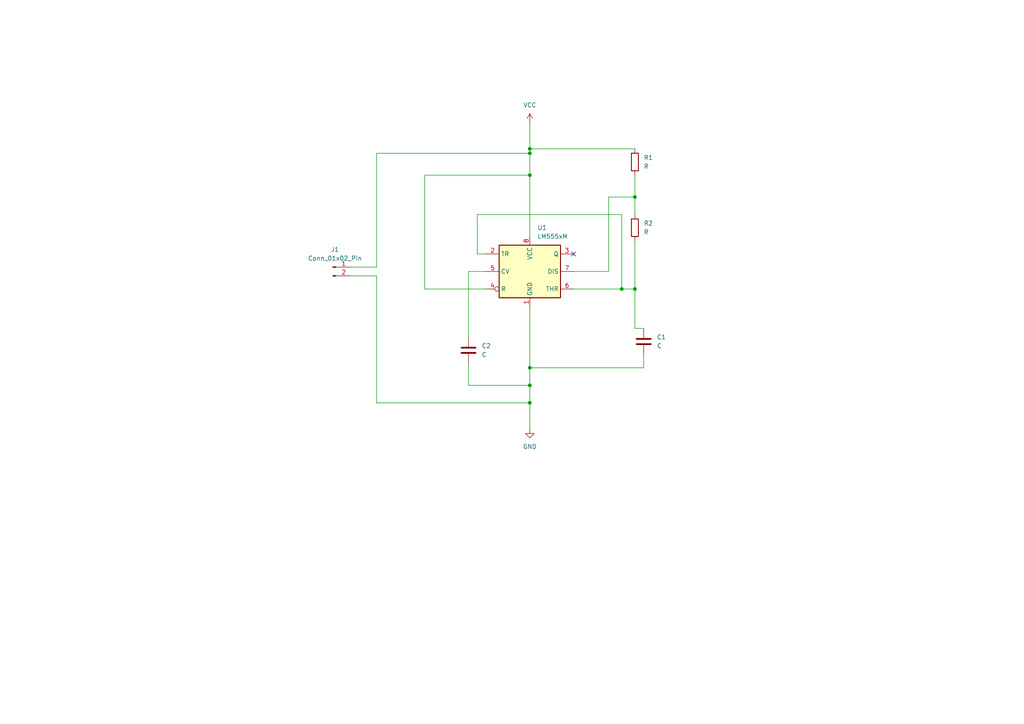
<source format=kicad_sch>
(kicad_sch
	(version 20231120)
	(generator "eeschema")
	(generator_version "8.0")
	(uuid "11c0bc93-ca4b-4103-8bbb-cbcf52e9c710")
	(paper "A4")
	(title_block
		(title "IC-555")
		(date "2024-12-24")
	)
	(lib_symbols
		(symbol "Connector:Conn_01x02_Pin"
			(pin_names
				(offset 1.016) hide)
			(exclude_from_sim no)
			(in_bom yes)
			(on_board yes)
			(property "Reference" "J"
				(at 0 2.54 0)
				(effects
					(font
						(size 1.27 1.27)
					)
				)
			)
			(property "Value" "Conn_01x02_Pin"
				(at 0 -5.08 0)
				(effects
					(font
						(size 1.27 1.27)
					)
				)
			)
			(property "Footprint" ""
				(at 0 0 0)
				(effects
					(font
						(size 1.27 1.27)
					)
					(hide yes)
				)
			)
			(property "Datasheet" "~"
				(at 0 0 0)
				(effects
					(font
						(size 1.27 1.27)
					)
					(hide yes)
				)
			)
			(property "Description" "Generic connector, single row, 01x02, script generated"
				(at 0 0 0)
				(effects
					(font
						(size 1.27 1.27)
					)
					(hide yes)
				)
			)
			(property "ki_locked" ""
				(at 0 0 0)
				(effects
					(font
						(size 1.27 1.27)
					)
				)
			)
			(property "ki_keywords" "connector"
				(at 0 0 0)
				(effects
					(font
						(size 1.27 1.27)
					)
					(hide yes)
				)
			)
			(property "ki_fp_filters" "Connector*:*_1x??_*"
				(at 0 0 0)
				(effects
					(font
						(size 1.27 1.27)
					)
					(hide yes)
				)
			)
			(symbol "Conn_01x02_Pin_1_1"
				(polyline
					(pts
						(xy 1.27 -2.54) (xy 0.8636 -2.54)
					)
					(stroke
						(width 0.1524)
						(type default)
					)
					(fill
						(type none)
					)
				)
				(polyline
					(pts
						(xy 1.27 0) (xy 0.8636 0)
					)
					(stroke
						(width 0.1524)
						(type default)
					)
					(fill
						(type none)
					)
				)
				(rectangle
					(start 0.8636 -2.413)
					(end 0 -2.667)
					(stroke
						(width 0.1524)
						(type default)
					)
					(fill
						(type outline)
					)
				)
				(rectangle
					(start 0.8636 0.127)
					(end 0 -0.127)
					(stroke
						(width 0.1524)
						(type default)
					)
					(fill
						(type outline)
					)
				)
				(pin passive line
					(at 5.08 0 180)
					(length 3.81)
					(name "Pin_1"
						(effects
							(font
								(size 1.27 1.27)
							)
						)
					)
					(number "1"
						(effects
							(font
								(size 1.27 1.27)
							)
						)
					)
				)
				(pin passive line
					(at 5.08 -2.54 180)
					(length 3.81)
					(name "Pin_2"
						(effects
							(font
								(size 1.27 1.27)
							)
						)
					)
					(number "2"
						(effects
							(font
								(size 1.27 1.27)
							)
						)
					)
				)
			)
		)
		(symbol "Device:C"
			(pin_numbers hide)
			(pin_names
				(offset 0.254)
			)
			(exclude_from_sim no)
			(in_bom yes)
			(on_board yes)
			(property "Reference" "C"
				(at 0.635 2.54 0)
				(effects
					(font
						(size 1.27 1.27)
					)
					(justify left)
				)
			)
			(property "Value" "C"
				(at 0.635 -2.54 0)
				(effects
					(font
						(size 1.27 1.27)
					)
					(justify left)
				)
			)
			(property "Footprint" ""
				(at 0.9652 -3.81 0)
				(effects
					(font
						(size 1.27 1.27)
					)
					(hide yes)
				)
			)
			(property "Datasheet" "~"
				(at 0 0 0)
				(effects
					(font
						(size 1.27 1.27)
					)
					(hide yes)
				)
			)
			(property "Description" "Unpolarized capacitor"
				(at 0 0 0)
				(effects
					(font
						(size 1.27 1.27)
					)
					(hide yes)
				)
			)
			(property "ki_keywords" "cap capacitor"
				(at 0 0 0)
				(effects
					(font
						(size 1.27 1.27)
					)
					(hide yes)
				)
			)
			(property "ki_fp_filters" "C_*"
				(at 0 0 0)
				(effects
					(font
						(size 1.27 1.27)
					)
					(hide yes)
				)
			)
			(symbol "C_0_1"
				(polyline
					(pts
						(xy -2.032 -0.762) (xy 2.032 -0.762)
					)
					(stroke
						(width 0.508)
						(type default)
					)
					(fill
						(type none)
					)
				)
				(polyline
					(pts
						(xy -2.032 0.762) (xy 2.032 0.762)
					)
					(stroke
						(width 0.508)
						(type default)
					)
					(fill
						(type none)
					)
				)
			)
			(symbol "C_1_1"
				(pin passive line
					(at 0 3.81 270)
					(length 2.794)
					(name "~"
						(effects
							(font
								(size 1.27 1.27)
							)
						)
					)
					(number "1"
						(effects
							(font
								(size 1.27 1.27)
							)
						)
					)
				)
				(pin passive line
					(at 0 -3.81 90)
					(length 2.794)
					(name "~"
						(effects
							(font
								(size 1.27 1.27)
							)
						)
					)
					(number "2"
						(effects
							(font
								(size 1.27 1.27)
							)
						)
					)
				)
			)
		)
		(symbol "Device:R"
			(pin_numbers hide)
			(pin_names
				(offset 0)
			)
			(exclude_from_sim no)
			(in_bom yes)
			(on_board yes)
			(property "Reference" "R"
				(at 2.032 0 90)
				(effects
					(font
						(size 1.27 1.27)
					)
				)
			)
			(property "Value" "R"
				(at 0 0 90)
				(effects
					(font
						(size 1.27 1.27)
					)
				)
			)
			(property "Footprint" ""
				(at -1.778 0 90)
				(effects
					(font
						(size 1.27 1.27)
					)
					(hide yes)
				)
			)
			(property "Datasheet" "~"
				(at 0 0 0)
				(effects
					(font
						(size 1.27 1.27)
					)
					(hide yes)
				)
			)
			(property "Description" "Resistor"
				(at 0 0 0)
				(effects
					(font
						(size 1.27 1.27)
					)
					(hide yes)
				)
			)
			(property "ki_keywords" "R res resistor"
				(at 0 0 0)
				(effects
					(font
						(size 1.27 1.27)
					)
					(hide yes)
				)
			)
			(property "ki_fp_filters" "R_*"
				(at 0 0 0)
				(effects
					(font
						(size 1.27 1.27)
					)
					(hide yes)
				)
			)
			(symbol "R_0_1"
				(rectangle
					(start -1.016 -2.54)
					(end 1.016 2.54)
					(stroke
						(width 0.254)
						(type default)
					)
					(fill
						(type none)
					)
				)
			)
			(symbol "R_1_1"
				(pin passive line
					(at 0 3.81 270)
					(length 1.27)
					(name "~"
						(effects
							(font
								(size 1.27 1.27)
							)
						)
					)
					(number "1"
						(effects
							(font
								(size 1.27 1.27)
							)
						)
					)
				)
				(pin passive line
					(at 0 -3.81 90)
					(length 1.27)
					(name "~"
						(effects
							(font
								(size 1.27 1.27)
							)
						)
					)
					(number "2"
						(effects
							(font
								(size 1.27 1.27)
							)
						)
					)
				)
			)
		)
		(symbol "Timer:LM555xM"
			(exclude_from_sim no)
			(in_bom yes)
			(on_board yes)
			(property "Reference" "U"
				(at -10.16 8.89 0)
				(effects
					(font
						(size 1.27 1.27)
					)
					(justify left)
				)
			)
			(property "Value" "LM555xM"
				(at 2.54 8.89 0)
				(effects
					(font
						(size 1.27 1.27)
					)
					(justify left)
				)
			)
			(property "Footprint" "Package_SO:SOIC-8_3.9x4.9mm_P1.27mm"
				(at 21.59 -10.16 0)
				(effects
					(font
						(size 1.27 1.27)
					)
					(hide yes)
				)
			)
			(property "Datasheet" "http://www.ti.com/lit/ds/symlink/lm555.pdf"
				(at 21.59 -10.16 0)
				(effects
					(font
						(size 1.27 1.27)
					)
					(hide yes)
				)
			)
			(property "Description" "Timer, 555 compatible, SOIC-8"
				(at 0 0 0)
				(effects
					(font
						(size 1.27 1.27)
					)
					(hide yes)
				)
			)
			(property "ki_keywords" "single timer 555"
				(at 0 0 0)
				(effects
					(font
						(size 1.27 1.27)
					)
					(hide yes)
				)
			)
			(property "ki_fp_filters" "SOIC*3.9x4.9mm*P1.27mm*"
				(at 0 0 0)
				(effects
					(font
						(size 1.27 1.27)
					)
					(hide yes)
				)
			)
			(symbol "LM555xM_0_0"
				(pin power_in line
					(at 0 -10.16 90)
					(length 2.54)
					(name "GND"
						(effects
							(font
								(size 1.27 1.27)
							)
						)
					)
					(number "1"
						(effects
							(font
								(size 1.27 1.27)
							)
						)
					)
				)
				(pin power_in line
					(at 0 10.16 270)
					(length 2.54)
					(name "VCC"
						(effects
							(font
								(size 1.27 1.27)
							)
						)
					)
					(number "8"
						(effects
							(font
								(size 1.27 1.27)
							)
						)
					)
				)
			)
			(symbol "LM555xM_0_1"
				(rectangle
					(start -8.89 -7.62)
					(end 8.89 7.62)
					(stroke
						(width 0.254)
						(type default)
					)
					(fill
						(type background)
					)
				)
				(rectangle
					(start -8.89 -7.62)
					(end 8.89 7.62)
					(stroke
						(width 0.254)
						(type default)
					)
					(fill
						(type background)
					)
				)
			)
			(symbol "LM555xM_1_1"
				(pin input line
					(at -12.7 5.08 0)
					(length 3.81)
					(name "TR"
						(effects
							(font
								(size 1.27 1.27)
							)
						)
					)
					(number "2"
						(effects
							(font
								(size 1.27 1.27)
							)
						)
					)
				)
				(pin output line
					(at 12.7 5.08 180)
					(length 3.81)
					(name "Q"
						(effects
							(font
								(size 1.27 1.27)
							)
						)
					)
					(number "3"
						(effects
							(font
								(size 1.27 1.27)
							)
						)
					)
				)
				(pin input inverted
					(at -12.7 -5.08 0)
					(length 3.81)
					(name "R"
						(effects
							(font
								(size 1.27 1.27)
							)
						)
					)
					(number "4"
						(effects
							(font
								(size 1.27 1.27)
							)
						)
					)
				)
				(pin input line
					(at -12.7 0 0)
					(length 3.81)
					(name "CV"
						(effects
							(font
								(size 1.27 1.27)
							)
						)
					)
					(number "5"
						(effects
							(font
								(size 1.27 1.27)
							)
						)
					)
				)
				(pin input line
					(at 12.7 -5.08 180)
					(length 3.81)
					(name "THR"
						(effects
							(font
								(size 1.27 1.27)
							)
						)
					)
					(number "6"
						(effects
							(font
								(size 1.27 1.27)
							)
						)
					)
				)
				(pin input line
					(at 12.7 0 180)
					(length 3.81)
					(name "DIS"
						(effects
							(font
								(size 1.27 1.27)
							)
						)
					)
					(number "7"
						(effects
							(font
								(size 1.27 1.27)
							)
						)
					)
				)
			)
		)
		(symbol "power:GND"
			(power)
			(pin_numbers hide)
			(pin_names
				(offset 0) hide)
			(exclude_from_sim no)
			(in_bom yes)
			(on_board yes)
			(property "Reference" "#PWR"
				(at 0 -6.35 0)
				(effects
					(font
						(size 1.27 1.27)
					)
					(hide yes)
				)
			)
			(property "Value" "GND"
				(at 0 -3.81 0)
				(effects
					(font
						(size 1.27 1.27)
					)
				)
			)
			(property "Footprint" ""
				(at 0 0 0)
				(effects
					(font
						(size 1.27 1.27)
					)
					(hide yes)
				)
			)
			(property "Datasheet" ""
				(at 0 0 0)
				(effects
					(font
						(size 1.27 1.27)
					)
					(hide yes)
				)
			)
			(property "Description" "Power symbol creates a global label with name \"GND\" , ground"
				(at 0 0 0)
				(effects
					(font
						(size 1.27 1.27)
					)
					(hide yes)
				)
			)
			(property "ki_keywords" "global power"
				(at 0 0 0)
				(effects
					(font
						(size 1.27 1.27)
					)
					(hide yes)
				)
			)
			(symbol "GND_0_1"
				(polyline
					(pts
						(xy 0 0) (xy 0 -1.27) (xy 1.27 -1.27) (xy 0 -2.54) (xy -1.27 -1.27) (xy 0 -1.27)
					)
					(stroke
						(width 0)
						(type default)
					)
					(fill
						(type none)
					)
				)
			)
			(symbol "GND_1_1"
				(pin power_in line
					(at 0 0 270)
					(length 0)
					(name "~"
						(effects
							(font
								(size 1.27 1.27)
							)
						)
					)
					(number "1"
						(effects
							(font
								(size 1.27 1.27)
							)
						)
					)
				)
			)
		)
		(symbol "power:VCC"
			(power)
			(pin_numbers hide)
			(pin_names
				(offset 0) hide)
			(exclude_from_sim no)
			(in_bom yes)
			(on_board yes)
			(property "Reference" "#PWR"
				(at 0 -3.81 0)
				(effects
					(font
						(size 1.27 1.27)
					)
					(hide yes)
				)
			)
			(property "Value" "VCC"
				(at 0 3.556 0)
				(effects
					(font
						(size 1.27 1.27)
					)
				)
			)
			(property "Footprint" ""
				(at 0 0 0)
				(effects
					(font
						(size 1.27 1.27)
					)
					(hide yes)
				)
			)
			(property "Datasheet" ""
				(at 0 0 0)
				(effects
					(font
						(size 1.27 1.27)
					)
					(hide yes)
				)
			)
			(property "Description" "Power symbol creates a global label with name \"VCC\""
				(at 0 0 0)
				(effects
					(font
						(size 1.27 1.27)
					)
					(hide yes)
				)
			)
			(property "ki_keywords" "global power"
				(at 0 0 0)
				(effects
					(font
						(size 1.27 1.27)
					)
					(hide yes)
				)
			)
			(symbol "VCC_0_1"
				(polyline
					(pts
						(xy -0.762 1.27) (xy 0 2.54)
					)
					(stroke
						(width 0)
						(type default)
					)
					(fill
						(type none)
					)
				)
				(polyline
					(pts
						(xy 0 0) (xy 0 2.54)
					)
					(stroke
						(width 0)
						(type default)
					)
					(fill
						(type none)
					)
				)
				(polyline
					(pts
						(xy 0 2.54) (xy 0.762 1.27)
					)
					(stroke
						(width 0)
						(type default)
					)
					(fill
						(type none)
					)
				)
			)
			(symbol "VCC_1_1"
				(pin power_in line
					(at 0 0 90)
					(length 0)
					(name "~"
						(effects
							(font
								(size 1.27 1.27)
							)
						)
					)
					(number "1"
						(effects
							(font
								(size 1.27 1.27)
							)
						)
					)
				)
			)
		)
	)
	(junction
		(at 153.67 50.8)
		(diameter 0)
		(color 0 0 0 0)
		(uuid "19366a76-24fb-4f05-8cea-cbb753fdddc0")
	)
	(junction
		(at 153.67 44.45)
		(diameter 0)
		(color 0 0 0 0)
		(uuid "38f309b5-55a2-4270-8341-d6c3f26946b9")
	)
	(junction
		(at 184.15 83.82)
		(diameter 0)
		(color 0 0 0 0)
		(uuid "5ee6df7c-1986-470a-8d9a-0f43e6d20030")
	)
	(junction
		(at 153.67 106.68)
		(diameter 0)
		(color 0 0 0 0)
		(uuid "64febc7f-0aec-4cc0-8106-49fd76b389d0")
	)
	(junction
		(at 153.67 111.76)
		(diameter 0)
		(color 0 0 0 0)
		(uuid "8f8a1086-9c16-444d-92b3-ea01b1a988a9")
	)
	(junction
		(at 153.67 43.18)
		(diameter 0)
		(color 0 0 0 0)
		(uuid "9233dcf3-a3df-4dd7-b3d1-8e35409c7b97")
	)
	(junction
		(at 180.34 83.82)
		(diameter 0)
		(color 0 0 0 0)
		(uuid "bafb315a-f5d1-4fca-aec9-6631e0c2175c")
	)
	(junction
		(at 184.15 57.15)
		(diameter 0)
		(color 0 0 0 0)
		(uuid "e9d9a5ae-07b0-44af-ba62-ed43cf0dd78c")
	)
	(junction
		(at 153.67 116.84)
		(diameter 0)
		(color 0 0 0 0)
		(uuid "ff455d30-e0b1-44d6-8d33-45132807b690")
	)
	(no_connect
		(at 166.37 73.66)
		(uuid "b5949d51-4448-464f-b3bd-a307e8e9b282")
	)
	(wire
		(pts
			(xy 180.34 62.23) (xy 180.34 83.82)
		)
		(stroke
			(width 0)
			(type default)
		)
		(uuid "02610546-f8bb-46bd-8069-eb21a0d5aa30")
	)
	(wire
		(pts
			(xy 184.15 57.15) (xy 184.15 62.23)
		)
		(stroke
			(width 0)
			(type default)
		)
		(uuid "05564df7-19ec-4149-8ace-8f7da2f28c0c")
	)
	(wire
		(pts
			(xy 140.97 73.66) (xy 138.43 73.66)
		)
		(stroke
			(width 0)
			(type default)
		)
		(uuid "06eb1c1d-dfca-4ce6-b1cf-d460719a4cc4")
	)
	(wire
		(pts
			(xy 109.22 77.47) (xy 109.22 44.45)
		)
		(stroke
			(width 0)
			(type default)
		)
		(uuid "079baa89-88ac-4163-92fd-e7d0b7ccc9e9")
	)
	(wire
		(pts
			(xy 176.53 78.74) (xy 176.53 57.15)
		)
		(stroke
			(width 0)
			(type default)
		)
		(uuid "134e26f6-ac1b-434a-b460-8a26a66076a0")
	)
	(wire
		(pts
			(xy 135.89 78.74) (xy 135.89 97.79)
		)
		(stroke
			(width 0)
			(type default)
		)
		(uuid "21117464-5beb-4e86-8d60-8208c2dee263")
	)
	(wire
		(pts
			(xy 153.67 111.76) (xy 153.67 116.84)
		)
		(stroke
			(width 0)
			(type default)
		)
		(uuid "22c000b5-e514-405d-b5d3-0f2a3e80fdbd")
	)
	(wire
		(pts
			(xy 109.22 44.45) (xy 153.67 44.45)
		)
		(stroke
			(width 0)
			(type default)
		)
		(uuid "24949182-e594-4ce2-874c-60a2b3266fa3")
	)
	(wire
		(pts
			(xy 176.53 57.15) (xy 184.15 57.15)
		)
		(stroke
			(width 0)
			(type default)
		)
		(uuid "295e75d6-2ec1-4210-9f47-414ea991f38b")
	)
	(wire
		(pts
			(xy 135.89 111.76) (xy 153.67 111.76)
		)
		(stroke
			(width 0)
			(type default)
		)
		(uuid "3326b9da-f1ab-4fee-8ec8-25ff982b4bb4")
	)
	(wire
		(pts
			(xy 109.22 116.84) (xy 153.67 116.84)
		)
		(stroke
			(width 0)
			(type default)
		)
		(uuid "333e319a-169b-4b7e-8d26-1b88cb1550dd")
	)
	(wire
		(pts
			(xy 153.67 43.18) (xy 153.67 44.45)
		)
		(stroke
			(width 0)
			(type default)
		)
		(uuid "358dee3e-d779-4eac-9237-d3413cbedd52")
	)
	(wire
		(pts
			(xy 153.67 43.18) (xy 184.15 43.18)
		)
		(stroke
			(width 0)
			(type default)
		)
		(uuid "37de2c50-be88-40d8-a663-48cfed0f83c1")
	)
	(wire
		(pts
			(xy 186.69 106.68) (xy 153.67 106.68)
		)
		(stroke
			(width 0)
			(type default)
		)
		(uuid "398c679b-a0c1-42cb-89bf-4cdbfc18615f")
	)
	(wire
		(pts
			(xy 186.69 102.87) (xy 186.69 106.68)
		)
		(stroke
			(width 0)
			(type default)
		)
		(uuid "3cbf1ad7-a6cb-436e-8dfb-82c48948ffab")
	)
	(wire
		(pts
			(xy 138.43 62.23) (xy 180.34 62.23)
		)
		(stroke
			(width 0)
			(type default)
		)
		(uuid "3d135b5c-a475-4178-a29f-1ee25c287439")
	)
	(wire
		(pts
			(xy 153.67 88.9) (xy 153.67 106.68)
		)
		(stroke
			(width 0)
			(type default)
		)
		(uuid "40e0ad02-f6ca-456b-bb27-7951e5c14ee6")
	)
	(wire
		(pts
			(xy 184.15 50.8) (xy 184.15 57.15)
		)
		(stroke
			(width 0)
			(type default)
		)
		(uuid "4245b32d-76a5-4482-a6a2-0f3c48252401")
	)
	(wire
		(pts
			(xy 153.67 44.45) (xy 153.67 50.8)
		)
		(stroke
			(width 0)
			(type default)
		)
		(uuid "6c21baa9-80ff-4092-a3ce-9f3296b118dd")
	)
	(wire
		(pts
			(xy 184.15 69.85) (xy 184.15 83.82)
		)
		(stroke
			(width 0)
			(type default)
		)
		(uuid "7107a83f-823b-42b4-a3ce-2a928a8e7a1c")
	)
	(wire
		(pts
			(xy 135.89 105.41) (xy 135.89 111.76)
		)
		(stroke
			(width 0)
			(type default)
		)
		(uuid "772489ec-79d4-4537-b81a-2dc81a33311a")
	)
	(wire
		(pts
			(xy 153.67 106.68) (xy 153.67 111.76)
		)
		(stroke
			(width 0)
			(type default)
		)
		(uuid "77268320-35e2-4a75-b7b3-13457b822fef")
	)
	(wire
		(pts
			(xy 123.19 83.82) (xy 123.19 50.8)
		)
		(stroke
			(width 0)
			(type default)
		)
		(uuid "772ae2a9-5e4d-4ea9-af37-3f8c3871a607")
	)
	(wire
		(pts
			(xy 101.6 77.47) (xy 109.22 77.47)
		)
		(stroke
			(width 0)
			(type default)
		)
		(uuid "7e8e9111-56ce-4153-8ef7-92b4510f0eb0")
	)
	(wire
		(pts
			(xy 138.43 73.66) (xy 138.43 62.23)
		)
		(stroke
			(width 0)
			(type default)
		)
		(uuid "89ee5c81-87bd-4e0c-9066-04b5a3555b28")
	)
	(wire
		(pts
			(xy 153.67 35.56) (xy 153.67 43.18)
		)
		(stroke
			(width 0)
			(type default)
		)
		(uuid "8d0bd317-7e91-4b9a-903c-988a29c7a815")
	)
	(wire
		(pts
			(xy 180.34 83.82) (xy 184.15 83.82)
		)
		(stroke
			(width 0)
			(type default)
		)
		(uuid "a5e9a7db-d642-4dd2-a2b8-4d79877d3337")
	)
	(wire
		(pts
			(xy 140.97 78.74) (xy 135.89 78.74)
		)
		(stroke
			(width 0)
			(type default)
		)
		(uuid "b1573ea5-cdac-4755-8600-3f42bc48acf7")
	)
	(wire
		(pts
			(xy 184.15 95.25) (xy 186.69 95.25)
		)
		(stroke
			(width 0)
			(type default)
		)
		(uuid "ba573dc7-297a-4ff3-b96d-2a87a5135a50")
	)
	(wire
		(pts
			(xy 153.67 116.84) (xy 153.67 124.46)
		)
		(stroke
			(width 0)
			(type default)
		)
		(uuid "c33237f0-50c0-49e9-9a94-18c7a36527bb")
	)
	(wire
		(pts
			(xy 140.97 83.82) (xy 123.19 83.82)
		)
		(stroke
			(width 0)
			(type default)
		)
		(uuid "c9cebb73-8d37-4fd6-89f8-98d81c819d5f")
	)
	(wire
		(pts
			(xy 101.6 80.01) (xy 109.22 80.01)
		)
		(stroke
			(width 0)
			(type default)
		)
		(uuid "ca1bd7de-c226-4a51-938d-d093275a0cdb")
	)
	(wire
		(pts
			(xy 109.22 80.01) (xy 109.22 116.84)
		)
		(stroke
			(width 0)
			(type default)
		)
		(uuid "cf1caa3d-78c0-4621-a628-cf69ba098541")
	)
	(wire
		(pts
			(xy 123.19 50.8) (xy 153.67 50.8)
		)
		(stroke
			(width 0)
			(type default)
		)
		(uuid "d336919e-eed9-4033-9612-0c6482cf3a59")
	)
	(wire
		(pts
			(xy 184.15 83.82) (xy 184.15 95.25)
		)
		(stroke
			(width 0)
			(type default)
		)
		(uuid "e15e1ab4-9884-4568-84c7-1f31afc7f581")
	)
	(wire
		(pts
			(xy 166.37 83.82) (xy 180.34 83.82)
		)
		(stroke
			(width 0)
			(type default)
		)
		(uuid "ed9514f6-77a5-4c4f-a973-3afe2a5e5a96")
	)
	(wire
		(pts
			(xy 153.67 50.8) (xy 153.67 68.58)
		)
		(stroke
			(width 0)
			(type default)
		)
		(uuid "efc86406-5f7e-41a6-9473-a6cb8c5f1498")
	)
	(wire
		(pts
			(xy 166.37 78.74) (xy 176.53 78.74)
		)
		(stroke
			(width 0)
			(type default)
		)
		(uuid "f92f8a2c-6798-4cbb-9656-1b587e9bcdd7")
	)
	(symbol
		(lib_id "Device:C")
		(at 186.69 99.06 0)
		(unit 1)
		(exclude_from_sim no)
		(in_bom yes)
		(on_board yes)
		(dnp no)
		(fields_autoplaced yes)
		(uuid "25c3ee9f-ec3a-4503-b1ba-ea15417bc1b2")
		(property "Reference" "C1"
			(at 190.5 97.7899 0)
			(effects
				(font
					(size 1.27 1.27)
				)
				(justify left)
			)
		)
		(property "Value" "C"
			(at 190.5 100.3299 0)
			(effects
				(font
					(size 1.27 1.27)
				)
				(justify left)
			)
		)
		(property "Footprint" "Capacitor_THT:CP_Axial_L10.0mm_D4.5mm_P15.00mm_Horizontal"
			(at 187.6552 102.87 0)
			(effects
				(font
					(size 1.27 1.27)
				)
				(hide yes)
			)
		)
		(property "Datasheet" "~"
			(at 186.69 99.06 0)
			(effects
				(font
					(size 1.27 1.27)
				)
				(hide yes)
			)
		)
		(property "Description" "Unpolarized capacitor"
			(at 186.69 99.06 0)
			(effects
				(font
					(size 1.27 1.27)
				)
				(hide yes)
			)
		)
		(pin "1"
			(uuid "829d34d2-fb61-4eaa-bdb0-952517791dde")
		)
		(pin "2"
			(uuid "6cd772f1-9e4e-4f99-82cc-1ac5b721afdf")
		)
		(instances
			(project ""
				(path "/11c0bc93-ca4b-4103-8bbb-cbcf52e9c710"
					(reference "C1")
					(unit 1)
				)
			)
		)
	)
	(symbol
		(lib_id "Device:C")
		(at 135.89 101.6 0)
		(unit 1)
		(exclude_from_sim no)
		(in_bom yes)
		(on_board yes)
		(dnp no)
		(fields_autoplaced yes)
		(uuid "291c56f7-632f-4b12-94cb-e3fa275d3dcc")
		(property "Reference" "C2"
			(at 139.7 100.3299 0)
			(effects
				(font
					(size 1.27 1.27)
				)
				(justify left)
			)
		)
		(property "Value" "C"
			(at 139.7 102.8699 0)
			(effects
				(font
					(size 1.27 1.27)
				)
				(justify left)
			)
		)
		(property "Footprint" "Capacitor_THT:CP_Axial_L10.0mm_D4.5mm_P15.00mm_Horizontal"
			(at 136.8552 105.41 0)
			(effects
				(font
					(size 1.27 1.27)
				)
				(hide yes)
			)
		)
		(property "Datasheet" "~"
			(at 135.89 101.6 0)
			(effects
				(font
					(size 1.27 1.27)
				)
				(hide yes)
			)
		)
		(property "Description" "Unpolarized capacitor"
			(at 135.89 101.6 0)
			(effects
				(font
					(size 1.27 1.27)
				)
				(hide yes)
			)
		)
		(pin "1"
			(uuid "f4c7976c-2375-45dc-9d01-3e030a836dc1")
		)
		(pin "2"
			(uuid "ebf5a83b-b4a4-48ab-8e51-8d6781d20cf6")
		)
		(instances
			(project ""
				(path "/11c0bc93-ca4b-4103-8bbb-cbcf52e9c710"
					(reference "C2")
					(unit 1)
				)
			)
		)
	)
	(symbol
		(lib_id "power:GND")
		(at 153.67 124.46 0)
		(unit 1)
		(exclude_from_sim no)
		(in_bom yes)
		(on_board yes)
		(dnp no)
		(fields_autoplaced yes)
		(uuid "4c963df6-5849-4505-b74a-f60cc1ff3c78")
		(property "Reference" "#PWR02"
			(at 153.67 130.81 0)
			(effects
				(font
					(size 1.27 1.27)
				)
				(hide yes)
			)
		)
		(property "Value" "GND"
			(at 153.67 129.54 0)
			(effects
				(font
					(size 1.27 1.27)
				)
			)
		)
		(property "Footprint" ""
			(at 153.67 124.46 0)
			(effects
				(font
					(size 1.27 1.27)
				)
				(hide yes)
			)
		)
		(property "Datasheet" ""
			(at 153.67 124.46 0)
			(effects
				(font
					(size 1.27 1.27)
				)
				(hide yes)
			)
		)
		(property "Description" "Power symbol creates a global label with name \"GND\" , ground"
			(at 153.67 124.46 0)
			(effects
				(font
					(size 1.27 1.27)
				)
				(hide yes)
			)
		)
		(pin "1"
			(uuid "4e7f33e7-074c-434e-be03-1202ce56d17d")
		)
		(instances
			(project ""
				(path "/11c0bc93-ca4b-4103-8bbb-cbcf52e9c710"
					(reference "#PWR02")
					(unit 1)
				)
			)
		)
	)
	(symbol
		(lib_id "Device:R")
		(at 184.15 46.99 0)
		(unit 1)
		(exclude_from_sim no)
		(in_bom yes)
		(on_board yes)
		(dnp no)
		(fields_autoplaced yes)
		(uuid "709aa96c-84ac-4c76-ba8f-66fe66bff223")
		(property "Reference" "R1"
			(at 186.69 45.7199 0)
			(effects
				(font
					(size 1.27 1.27)
				)
				(justify left)
			)
		)
		(property "Value" "R"
			(at 186.69 48.2599 0)
			(effects
				(font
					(size 1.27 1.27)
				)
				(justify left)
			)
		)
		(property "Footprint" "Resistor_THT:R_Axial_DIN0204_L3.6mm_D1.6mm_P1.90mm_Vertical"
			(at 182.372 46.99 90)
			(effects
				(font
					(size 1.27 1.27)
				)
				(hide yes)
			)
		)
		(property "Datasheet" "~"
			(at 184.15 46.99 0)
			(effects
				(font
					(size 1.27 1.27)
				)
				(hide yes)
			)
		)
		(property "Description" "Resistor"
			(at 184.15 46.99 0)
			(effects
				(font
					(size 1.27 1.27)
				)
				(hide yes)
			)
		)
		(pin "1"
			(uuid "0c8fc9f1-df6c-4f9b-88bc-ca3b27b70e2e")
		)
		(pin "2"
			(uuid "c3a6de2e-646c-4e42-931b-9e8f5f1d9808")
		)
		(instances
			(project ""
				(path "/11c0bc93-ca4b-4103-8bbb-cbcf52e9c710"
					(reference "R1")
					(unit 1)
				)
			)
		)
	)
	(symbol
		(lib_id "Connector:Conn_01x02_Pin")
		(at 96.52 77.47 0)
		(unit 1)
		(exclude_from_sim no)
		(in_bom yes)
		(on_board yes)
		(dnp no)
		(fields_autoplaced yes)
		(uuid "b367ed9d-55e0-4caa-8e19-04d330f2dedc")
		(property "Reference" "J1"
			(at 97.155 72.39 0)
			(effects
				(font
					(size 1.27 1.27)
				)
			)
		)
		(property "Value" "Conn_01x02_Pin"
			(at 97.155 74.93 0)
			(effects
				(font
					(size 1.27 1.27)
				)
			)
		)
		(property "Footprint" "Connector_TE-Connectivity:TE_440054-2_1x02_P2.00mm_Vertical"
			(at 96.52 77.47 0)
			(effects
				(font
					(size 1.27 1.27)
				)
				(hide yes)
			)
		)
		(property "Datasheet" "~"
			(at 96.52 77.47 0)
			(effects
				(font
					(size 1.27 1.27)
				)
				(hide yes)
			)
		)
		(property "Description" "Generic connector, single row, 01x02, script generated"
			(at 96.52 77.47 0)
			(effects
				(font
					(size 1.27 1.27)
				)
				(hide yes)
			)
		)
		(pin "2"
			(uuid "336e5062-d41c-4d86-81a4-b9cd4e2a40b1")
		)
		(pin "1"
			(uuid "32b3509a-66e7-404e-a1f5-4199324a1b14")
		)
		(instances
			(project ""
				(path "/11c0bc93-ca4b-4103-8bbb-cbcf52e9c710"
					(reference "J1")
					(unit 1)
				)
			)
		)
	)
	(symbol
		(lib_id "Timer:LM555xM")
		(at 153.67 78.74 0)
		(unit 1)
		(exclude_from_sim no)
		(in_bom yes)
		(on_board yes)
		(dnp no)
		(fields_autoplaced yes)
		(uuid "d4505cff-4d0d-4c8b-9bb7-7d44e205433a")
		(property "Reference" "U1"
			(at 155.8641 66.04 0)
			(effects
				(font
					(size 1.27 1.27)
				)
				(justify left)
			)
		)
		(property "Value" "LM555xM"
			(at 155.8641 68.58 0)
			(effects
				(font
					(size 1.27 1.27)
				)
				(justify left)
			)
		)
		(property "Footprint" "Package_SO:SOIC-8_3.9x4.9mm_P1.27mm"
			(at 175.26 88.9 0)
			(effects
				(font
					(size 1.27 1.27)
				)
				(hide yes)
			)
		)
		(property "Datasheet" "http://www.ti.com/lit/ds/symlink/lm555.pdf"
			(at 175.26 88.9 0)
			(effects
				(font
					(size 1.27 1.27)
				)
				(hide yes)
			)
		)
		(property "Description" "Timer, 555 compatible, SOIC-8"
			(at 153.67 78.74 0)
			(effects
				(font
					(size 1.27 1.27)
				)
				(hide yes)
			)
		)
		(pin "7"
			(uuid "28a739a1-e57b-4284-a0a4-e9364a66154e")
		)
		(pin "3"
			(uuid "3ba83caf-9b9f-4387-918a-14f887f96995")
		)
		(pin "5"
			(uuid "0634cb3d-24b7-4de7-a99f-f0bcc87bc32f")
		)
		(pin "6"
			(uuid "c65e8b5f-1c18-4fa5-afbb-34bf061d3818")
		)
		(pin "8"
			(uuid "aa0f2d68-fb40-4de3-b475-e6e0b82ffa5a")
		)
		(pin "2"
			(uuid "ccb5af0e-7e01-4078-bb02-13435f51bee0")
		)
		(pin "4"
			(uuid "b2ef6898-28e7-43ff-9fea-5916f74ddf01")
		)
		(pin "1"
			(uuid "cfcb4f70-3ef6-4c47-b7a0-cadb547a2621")
		)
		(instances
			(project ""
				(path "/11c0bc93-ca4b-4103-8bbb-cbcf52e9c710"
					(reference "U1")
					(unit 1)
				)
			)
		)
	)
	(symbol
		(lib_id "power:VCC")
		(at 153.67 35.56 0)
		(unit 1)
		(exclude_from_sim no)
		(in_bom yes)
		(on_board yes)
		(dnp no)
		(fields_autoplaced yes)
		(uuid "d6f8c0a9-9ad6-4d18-b505-2bd80db718d6")
		(property "Reference" "#PWR01"
			(at 153.67 39.37 0)
			(effects
				(font
					(size 1.27 1.27)
				)
				(hide yes)
			)
		)
		(property "Value" "VCC"
			(at 153.67 30.48 0)
			(effects
				(font
					(size 1.27 1.27)
				)
			)
		)
		(property "Footprint" ""
			(at 153.67 35.56 0)
			(effects
				(font
					(size 1.27 1.27)
				)
				(hide yes)
			)
		)
		(property "Datasheet" ""
			(at 153.67 35.56 0)
			(effects
				(font
					(size 1.27 1.27)
				)
				(hide yes)
			)
		)
		(property "Description" "Power symbol creates a global label with name \"VCC\""
			(at 153.67 35.56 0)
			(effects
				(font
					(size 1.27 1.27)
				)
				(hide yes)
			)
		)
		(pin "1"
			(uuid "885eb77a-cf4e-4d9d-9ed2-bcb2ef27b85a")
		)
		(instances
			(project ""
				(path "/11c0bc93-ca4b-4103-8bbb-cbcf52e9c710"
					(reference "#PWR01")
					(unit 1)
				)
			)
		)
	)
	(symbol
		(lib_id "Device:R")
		(at 184.15 66.04 0)
		(unit 1)
		(exclude_from_sim no)
		(in_bom yes)
		(on_board yes)
		(dnp no)
		(fields_autoplaced yes)
		(uuid "f1b529fc-617b-46ad-9710-3cb6eb10d13b")
		(property "Reference" "R2"
			(at 186.69 64.7699 0)
			(effects
				(font
					(size 1.27 1.27)
				)
				(justify left)
			)
		)
		(property "Value" "R"
			(at 186.69 67.3099 0)
			(effects
				(font
					(size 1.27 1.27)
				)
				(justify left)
			)
		)
		(property "Footprint" "Resistor_THT:R_Axial_DIN0204_L3.6mm_D1.6mm_P1.90mm_Vertical"
			(at 182.372 66.04 90)
			(effects
				(font
					(size 1.27 1.27)
				)
				(hide yes)
			)
		)
		(property "Datasheet" "~"
			(at 184.15 66.04 0)
			(effects
				(font
					(size 1.27 1.27)
				)
				(hide yes)
			)
		)
		(property "Description" "Resistor"
			(at 184.15 66.04 0)
			(effects
				(font
					(size 1.27 1.27)
				)
				(hide yes)
			)
		)
		(pin "1"
			(uuid "7ec85a0d-625c-4baf-a103-39722b5ff65b")
		)
		(pin "2"
			(uuid "46708123-2030-4b2d-ba9c-b751bea9a9d8")
		)
		(instances
			(project ""
				(path "/11c0bc93-ca4b-4103-8bbb-cbcf52e9c710"
					(reference "R2")
					(unit 1)
				)
			)
		)
	)
	(sheet_instances
		(path "/"
			(page "1")
		)
	)
)

</source>
